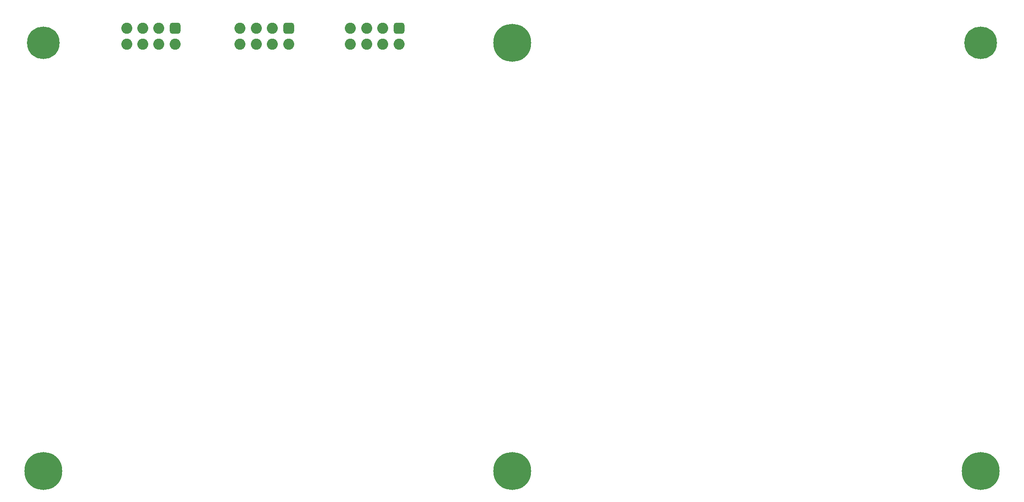
<source format=gbs>
%FSLAX44Y44*%
%MOMM*%
G71*
G01*
G75*
G04 Layer_Color=16711935*
%ADD10R,1.2000X1.3500*%
%ADD11R,1.4000X2.0000*%
%ADD12R,1.3500X1.2000*%
%ADD13R,2.0000X1.4000*%
%ADD14R,0.7000X0.8000*%
%ADD15R,0.8000X0.7000*%
%ADD16R,2.8000X1.3500*%
%ADD17R,1.3000X0.8000*%
%ADD18R,5.3500X8.5400*%
%ADD19R,0.8900X3.0600*%
%ADD20O,0.3500X2.2000*%
%ADD21O,0.3500X1.5500*%
%ADD22R,1.3500X2.8000*%
%ADD23O,0.6000X2.2000*%
%ADD24O,2.1000X0.4500*%
%ADD25O,0.6000X1.8000*%
%ADD26R,7.4000X5.0000*%
%ADD27C,1.0160*%
%ADD28C,0.1524*%
%ADD29C,0.7620*%
%ADD30C,0.2540*%
%ADD31C,0.5080*%
%ADD32C,0.6350*%
%ADD33C,0.2032*%
%ADD34C,0.3048*%
%ADD35R,177.7702X1.3208*%
%ADD36C,2.0000*%
G04:AMPARAMS|DCode=37|XSize=2mm|YSize=2mm|CornerRadius=0.5mm|HoleSize=0mm|Usage=FLASHONLY|Rotation=180.000|XOffset=0mm|YOffset=0mm|HoleType=Round|Shape=RoundedRectangle|*
%AMROUNDEDRECTD37*
21,1,2.0000,1.0000,0,0,180.0*
21,1,1.0000,2.0000,0,0,180.0*
1,1,1.0000,-0.5000,0.5000*
1,1,1.0000,0.5000,0.5000*
1,1,1.0000,0.5000,-0.5000*
1,1,1.0000,-0.5000,-0.5000*
%
%ADD37ROUNDEDRECTD37*%
%ADD38C,7.0000*%
%ADD39C,6.0000*%
%ADD40C,0.7000*%
%ADD41C,1.2700*%
%ADD42C,0.6600*%
%ADD43C,2.0160*%
%ADD44C,3.4160*%
%ADD45C,4.5160*%
%ADD46C,4.1160*%
G04:AMPARAMS|DCode=47|XSize=1.824mm|YSize=1.824mm|CornerRadius=0mm|HoleSize=0mm|Usage=FLASHONLY|Rotation=0.000|XOffset=0mm|YOffset=0mm|HoleType=Round|Shape=Relief|Width=0.254mm|Gap=0.254mm|Entries=4|*
%AMTHD47*
7,0,0,1.8240,1.3160,0.2540,45*
%
%ADD47THD47*%
%ADD48C,1.3160*%
%ADD49C,1.7272*%
%ADD50C,1.3460*%
G04:AMPARAMS|DCode=51|XSize=2.524mm|YSize=2.524mm|CornerRadius=0mm|HoleSize=0mm|Usage=FLASHONLY|Rotation=0.000|XOffset=0mm|YOffset=0mm|HoleType=Round|Shape=Relief|Width=0.254mm|Gap=0.254mm|Entries=4|*
%AMTHD51*
7,0,0,2.5240,2.0160,0.2540,45*
%
%ADD51THD51*%
G04:AMPARAMS|DCode=52|XSize=2.2352mm|YSize=2.2352mm|CornerRadius=0mm|HoleSize=0mm|Usage=FLASHONLY|Rotation=0.000|XOffset=0mm|YOffset=0mm|HoleType=Round|Shape=Relief|Width=0.254mm|Gap=0.254mm|Entries=4|*
%AMTHD52*
7,0,0,2.2352,1.7272,0.2540,45*
%
%ADD52THD52*%
%ADD53C,2.5400*%
%ADD54C,0.3000*%
%ADD55C,0.2000*%
%ADD56C,0.2500*%
%ADD57C,0.6000*%
%ADD58C,0.4000*%
%ADD59C,0.1270*%
%ADD60R,1.4732X3.1750*%
%ADD61R,1.2508X1.4008*%
%ADD62R,1.4508X2.0508*%
%ADD63R,1.4008X1.2508*%
%ADD64R,2.0508X1.4508*%
%ADD65R,0.7508X0.8508*%
%ADD66R,0.8508X0.7508*%
%ADD67R,2.8508X1.4008*%
%ADD68R,1.3508X0.8508*%
%ADD69R,5.4008X8.5908*%
%ADD70R,0.9408X3.1108*%
%ADD71O,0.4008X2.2508*%
%ADD72O,0.4008X1.6008*%
%ADD73R,1.4008X2.8508*%
%ADD74O,0.6508X2.2508*%
%ADD75O,2.1508X0.5008*%
%ADD76O,0.6508X1.8508*%
%ADD77R,7.4508X5.0508*%
%ADD78C,2.0508*%
G04:AMPARAMS|DCode=79|XSize=2.0508mm|YSize=2.0508mm|CornerRadius=0.5254mm|HoleSize=0mm|Usage=FLASHONLY|Rotation=180.000|XOffset=0mm|YOffset=0mm|HoleType=Round|Shape=RoundedRectangle|*
%AMROUNDEDRECTD79*
21,1,2.0508,1.0000,0,0,180.0*
21,1,1.0000,2.0508,0,0,180.0*
1,1,1.0508,-0.5000,0.5000*
1,1,1.0508,0.5000,0.5000*
1,1,1.0508,0.5000,-0.5000*
1,1,1.0508,-0.5000,-0.5000*
%
%ADD79ROUNDEDRECTD79*%
%ADD80C,0.0508*%
%ADD81C,7.0508*%
%ADD82C,6.0508*%
D78*
X-685500Y-76900D02*
D03*
X-715500D02*
D03*
X-655500D02*
D03*
X-625500D02*
D03*
X-655500Y-46900D02*
D03*
X-715500D02*
D03*
X-685500D02*
D03*
X-475000Y-76900D02*
D03*
X-505000D02*
D03*
X-445000D02*
D03*
X-415000D02*
D03*
X-445000Y-46900D02*
D03*
X-505000D02*
D03*
X-475000D02*
D03*
X-270000Y-76900D02*
D03*
X-300000D02*
D03*
X-240000D02*
D03*
X-210000D02*
D03*
X-240000Y-46900D02*
D03*
X-300000D02*
D03*
X-270000D02*
D03*
D79*
X-625500D02*
D03*
X-415000D02*
D03*
X-210000D02*
D03*
D80*
X-640500Y-16400D02*
D03*
X-700500D02*
D03*
X-430000D02*
D03*
X-490000D02*
D03*
X-225000D02*
D03*
X-285000D02*
D03*
D81*
X870000Y-870000D02*
D03*
X-870000D02*
D03*
X0D02*
D03*
X-0Y-74000D02*
D03*
D82*
X-870000D02*
D03*
X870000D02*
D03*
M02*

</source>
